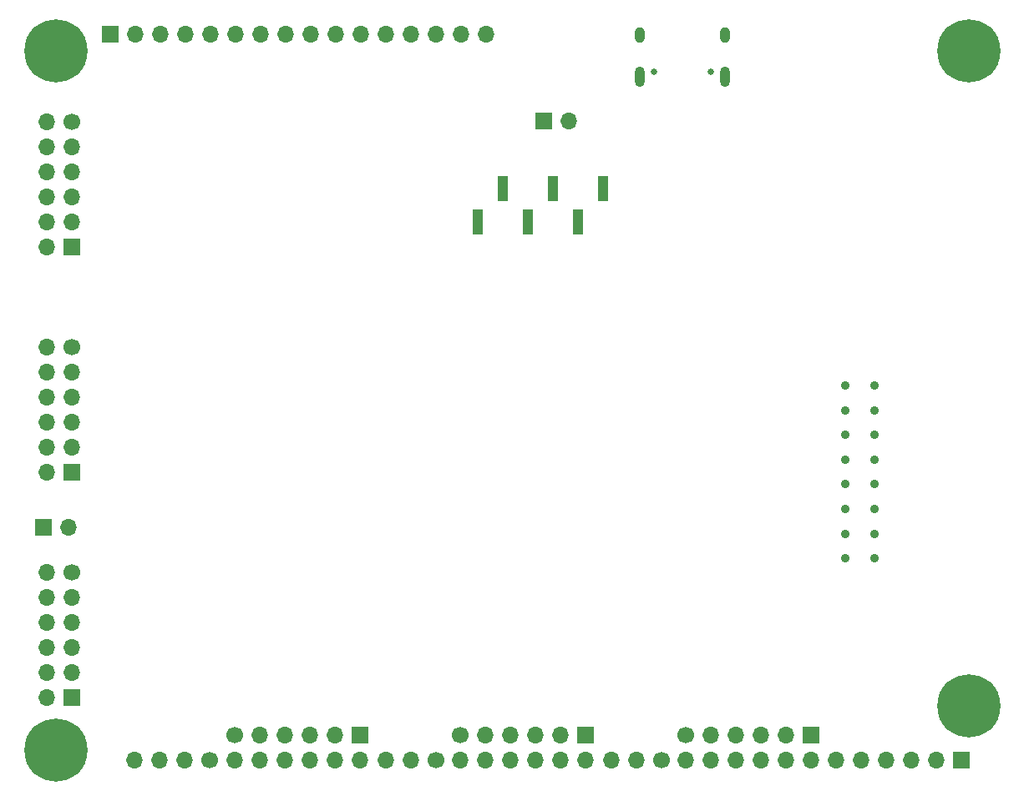
<source format=gbr>
%TF.GenerationSoftware,KiCad,Pcbnew,8.0.7-8.0.7-0~ubuntu22.04.1*%
%TF.CreationDate,2024-12-10T15:43:45-05:00*%
%TF.ProjectId,tinytapeout-demo,74696e79-7461-4706-956f-75742d64656d,2.1.0*%
%TF.SameCoordinates,PX38be5e0PY7d687e0*%
%TF.FileFunction,Soldermask,Bot*%
%TF.FilePolarity,Negative*%
%FSLAX46Y46*%
G04 Gerber Fmt 4.6, Leading zero omitted, Abs format (unit mm)*
G04 Created by KiCad (PCBNEW 8.0.7-8.0.7-0~ubuntu22.04.1) date 2024-12-10 15:43:45*
%MOMM*%
%LPD*%
G01*
G04 APERTURE LIST*
%ADD10C,0.900000*%
%ADD11C,6.400000*%
%ADD12R,1.700000X1.700000*%
%ADD13O,1.700000X1.700000*%
%ADD14C,1.700000*%
%ADD15C,0.650000*%
%ADD16O,1.000000X2.100000*%
%ADD17O,1.000000X1.600000*%
%ADD18R,1.000000X2.510000*%
G04 APERTURE END LIST*
D10*
%TO.C,JP7*%
X143000000Y-93500000D03*
X146000000Y-93500000D03*
%TD*%
%TO.C,JP1*%
X143000000Y-108500000D03*
X146000000Y-108500000D03*
%TD*%
D11*
%TO.C,MT3*%
X63000000Y-57000000D03*
%TD*%
D12*
%TO.C,J13*%
X64600000Y-99740000D03*
D13*
X64600000Y-97200000D03*
X64600000Y-94660000D03*
X64600000Y-92120000D03*
X64600000Y-89580000D03*
D14*
X64600000Y-87040000D03*
D13*
X62060000Y-99740000D03*
X62060000Y-97200000D03*
X62060000Y-94660000D03*
X62060000Y-92120000D03*
X62060000Y-89580000D03*
X62060000Y-87040000D03*
%TD*%
D14*
%TO.C,J2*%
X78620000Y-129000000D03*
D13*
X76080000Y-129000000D03*
X73540000Y-129000000D03*
X71000000Y-129000000D03*
%TD*%
D10*
%TO.C,JP3*%
X143000000Y-103500000D03*
X146000000Y-103500000D03*
%TD*%
%TO.C,JP8*%
X143000000Y-91000000D03*
X146000000Y-91000000D03*
%TD*%
D14*
%TO.C,J8*%
X124355000Y-129000000D03*
D13*
X121815000Y-129000000D03*
X119275000Y-129000000D03*
%TD*%
D12*
%TO.C,J12*%
X64600000Y-122600000D03*
D13*
X64600000Y-120060000D03*
X64600000Y-117520000D03*
X64600000Y-114980000D03*
X64600000Y-112440000D03*
D14*
X64600000Y-109900000D03*
D13*
X62060000Y-122600000D03*
X62060000Y-120060000D03*
X62060000Y-117520000D03*
X62060000Y-114980000D03*
X62060000Y-112440000D03*
X62060000Y-109900000D03*
%TD*%
D15*
%TO.C,J20*%
X129390000Y-59100000D03*
X123610000Y-59100000D03*
D16*
X130820000Y-59630000D03*
D17*
X130820000Y-55450000D03*
D16*
X122180000Y-59630000D03*
D17*
X122180000Y-55450000D03*
%TD*%
D12*
%TO.C,J3*%
X93855000Y-126455000D03*
D13*
X91315000Y-126455000D03*
X88775000Y-126455000D03*
X86235000Y-126455000D03*
X83695000Y-126455000D03*
D14*
X81155000Y-126455000D03*
D13*
X93855000Y-128995000D03*
X91315000Y-128995000D03*
X88775000Y-128995000D03*
X86235000Y-128995000D03*
X83695000Y-128995000D03*
X81155000Y-128995000D03*
%TD*%
D11*
%TO.C,MT4*%
X155500000Y-57000000D03*
%TD*%
%TO.C,MT2*%
X155500000Y-123500000D03*
%TD*%
D12*
%TO.C,J5*%
X116715000Y-126455000D03*
D13*
X114175000Y-126455000D03*
X111635000Y-126455000D03*
X109095000Y-126455000D03*
X106555000Y-126455000D03*
D14*
X104015000Y-126455000D03*
D13*
X116715000Y-128995000D03*
X114175000Y-128995000D03*
X111635000Y-128995000D03*
X109095000Y-128995000D03*
X106555000Y-128995000D03*
X104015000Y-128995000D03*
%TD*%
D10*
%TO.C,JP2*%
X143000000Y-106000000D03*
X146000000Y-106000000D03*
%TD*%
D12*
%TO.C,J10*%
X61725000Y-105395000D03*
D13*
X64265000Y-105395000D03*
%TD*%
D14*
%TO.C,J17*%
X101510000Y-129000000D03*
D13*
X98970000Y-129000000D03*
X96430000Y-129000000D03*
%TD*%
D12*
%TO.C,J9*%
X68500000Y-55300000D03*
D13*
X71040000Y-55300000D03*
X73580000Y-55300000D03*
X76120000Y-55300000D03*
X78660000Y-55300000D03*
X81200000Y-55300000D03*
X83740000Y-55300000D03*
X86280000Y-55300000D03*
X88820000Y-55300000D03*
X91360000Y-55300000D03*
X93900000Y-55300000D03*
X96440000Y-55300000D03*
X98980000Y-55300000D03*
X101520000Y-55300000D03*
X104060000Y-55300000D03*
X106600000Y-55300000D03*
%TD*%
D10*
%TO.C,JP5*%
X143000000Y-98500000D03*
X146000000Y-98500000D03*
%TD*%
D12*
%TO.C,J14*%
X64600000Y-76880000D03*
D13*
X64600000Y-74340000D03*
X64600000Y-71800000D03*
X64600000Y-69260000D03*
X64600000Y-66720000D03*
D14*
X64600000Y-64180000D03*
D13*
X62060000Y-76880000D03*
X62060000Y-74340000D03*
X62060000Y-71800000D03*
X62060000Y-69260000D03*
X62060000Y-66720000D03*
X62060000Y-64180000D03*
%TD*%
D10*
%TO.C,JP6*%
X143000000Y-96000000D03*
X146000000Y-96000000D03*
%TD*%
D12*
%TO.C,J1*%
X154810000Y-129000000D03*
D13*
X152270000Y-129000000D03*
X149730000Y-129000000D03*
X147190000Y-129000000D03*
X144650000Y-129000000D03*
X142110000Y-129000000D03*
%TD*%
D12*
%TO.C,J19*%
X112425000Y-64100000D03*
D13*
X114965000Y-64100000D03*
%TD*%
D12*
%TO.C,J6*%
X139575000Y-126455000D03*
D13*
X137035000Y-126455000D03*
X134495000Y-126455000D03*
X131955000Y-126455000D03*
X129415000Y-126455000D03*
D14*
X126875000Y-126455000D03*
D13*
X139575000Y-128995000D03*
X137035000Y-128995000D03*
X134495000Y-128995000D03*
X131955000Y-128995000D03*
X129415000Y-128995000D03*
X126875000Y-128995000D03*
%TD*%
D10*
%TO.C,JP4*%
X143000000Y-101000000D03*
X146000000Y-101000000D03*
%TD*%
D11*
%TO.C,MT1*%
X63000000Y-128000000D03*
%TD*%
D18*
%TO.C,J11*%
X118450000Y-71025000D03*
X115910000Y-74335000D03*
X113370000Y-71025000D03*
X110830000Y-74335000D03*
X108290000Y-71025000D03*
X105750000Y-74335000D03*
%TD*%
M02*

</source>
